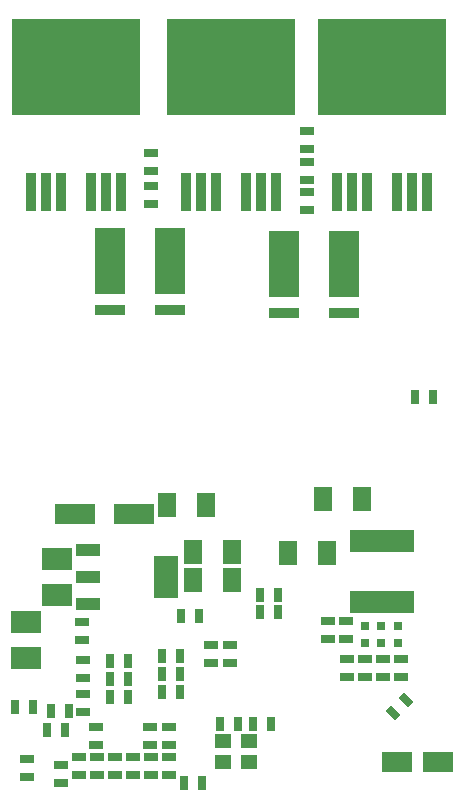
<source format=gbp>
%TF.GenerationSoftware,KiCad,Pcbnew,9.0.4-9.0.4-0~ubuntu24.04.1*%
%TF.CreationDate,2025-08-23T18:45:24+02:00*%
%TF.ProjectId,BLDC_4,424c4443-5f34-42e6-9b69-6361645f7063,4.13*%
%TF.SameCoordinates,Original*%
%TF.FileFunction,Paste,Bot*%
%TF.FilePolarity,Positive*%
%FSLAX46Y46*%
G04 Gerber Fmt 4.6, Leading zero omitted, Abs format (unit mm)*
G04 Created by KiCad (PCBNEW 9.0.4-9.0.4-0~ubuntu24.04.1) date 2025-08-23 18:45:24*
%MOMM*%
%LPD*%
G01*
G04 APERTURE LIST*
G04 Aperture macros list*
%AMRotRect*
0 Rectangle, with rotation*
0 The origin of the aperture is its center*
0 $1 length*
0 $2 width*
0 $3 Rotation angle, in degrees counterclockwise*
0 Add horizontal line*
21,1,$1,$2,0,0,$3*%
G04 Aperture macros list end*
%ADD10R,2.499360X1.950720*%
%ADD11R,5.499100X1.849120*%
%ADD12R,0.797560X0.797560*%
%ADD13R,2.540000X5.588000*%
%ADD14R,2.540000X0.889000*%
%ADD15R,1.400000X1.200000*%
%ADD16R,2.540000X1.699260*%
%ADD17R,10.800080X8.150860*%
%ADD18R,0.899160X3.200400*%
%ADD19R,0.635000X1.143000*%
%ADD20RotRect,0.635000X1.143000X225.000000*%
%ADD21R,1.143000X0.635000*%
%ADD22R,1.524000X2.032000*%
%ADD23R,2.032000X1.016000*%
%ADD24R,2.032000X3.657600*%
%ADD25R,3.500120X1.800860*%
G04 APERTURE END LIST*
D10*
%TO.C,C25*%
X80391000Y-125222000D03*
X80391000Y-122174000D03*
%TD*%
%TO.C,C33*%
X83000000Y-116776000D03*
X83000000Y-119824000D03*
%TD*%
D11*
%TO.C,C51*%
X110490000Y-120431560D03*
X110490000Y-115280440D03*
%TD*%
D12*
%TO.C,D1*%
X111887000Y-123939300D03*
X111887000Y-122440700D03*
%TD*%
%TO.C,D2*%
X110450000Y-123949300D03*
X110450000Y-122450700D03*
%TD*%
%TO.C,D3*%
X109050000Y-123949300D03*
X109050000Y-122450700D03*
%TD*%
D13*
%TO.C,R53*%
X102192000Y-91833250D03*
X107272000Y-91833250D03*
D14*
X102192000Y-95960750D03*
X107272000Y-95960750D03*
%TD*%
D15*
%TO.C,X2*%
X97100000Y-132250000D03*
X99300000Y-132250000D03*
X99300000Y-133950000D03*
X97100000Y-133950000D03*
%TD*%
D13*
%TO.C,R54*%
X87460000Y-91579250D03*
X92540000Y-91579250D03*
D14*
X87460000Y-95706750D03*
X92540000Y-95706750D03*
%TD*%
D16*
%TO.C,D5*%
X115229740Y-134000000D03*
X111770260Y-134000000D03*
%TD*%
D17*
%TO.C,Q6*%
X84627290Y-75136160D03*
D18*
X88437290Y-85738120D03*
X87167290Y-85738120D03*
X85897290Y-85738120D03*
X83357290Y-85738120D03*
X82087290Y-85738120D03*
X80817290Y-85738120D03*
%TD*%
D17*
%TO.C,Q2*%
X110535290Y-75136160D03*
D18*
X114345290Y-85738120D03*
X113075290Y-85738120D03*
X111805290Y-85738120D03*
X109265290Y-85738120D03*
X107995290Y-85738120D03*
X106725290Y-85738120D03*
%TD*%
D17*
%TO.C,Q4*%
X97708290Y-75136160D03*
D18*
X101518290Y-85738120D03*
X100248290Y-85738120D03*
X98978290Y-85738120D03*
X96438290Y-85738120D03*
X95168290Y-85738120D03*
X93898290Y-85738120D03*
%TD*%
D19*
%TO.C,C2*%
X82538000Y-129700000D03*
X84062000Y-129700000D03*
%TD*%
D20*
%TO.C,C3*%
X112552815Y-128747185D03*
X111475185Y-129824815D03*
%TD*%
D21*
%TO.C,C4*%
X80500000Y-133738000D03*
X80500000Y-135262000D03*
%TD*%
%TO.C,C5*%
X92456000Y-132588000D03*
X92456000Y-131064000D03*
%TD*%
%TO.C,C6*%
X90900000Y-132562000D03*
X90900000Y-131038000D03*
%TD*%
%TO.C,C7*%
X86350000Y-132562000D03*
X86350000Y-131038000D03*
%TD*%
D22*
%TO.C,C9*%
X102549000Y-116300000D03*
X105851000Y-116300000D03*
%TD*%
D21*
%TO.C,C14*%
X96012000Y-124079000D03*
X96012000Y-125603000D03*
%TD*%
D19*
%TO.C,C15*%
X96774000Y-130810000D03*
X98298000Y-130810000D03*
%TD*%
D21*
%TO.C,C16*%
X107600000Y-126762000D03*
X107600000Y-125238000D03*
%TD*%
%TO.C,C17*%
X97663000Y-125603000D03*
X97663000Y-124079000D03*
%TD*%
D19*
%TO.C,C18*%
X100203000Y-121285000D03*
X101727000Y-121285000D03*
%TD*%
D21*
%TO.C,C20*%
X105918000Y-123571000D03*
X105918000Y-122047000D03*
%TD*%
%TO.C,C24*%
X85090000Y-123698000D03*
X85090000Y-122174000D03*
%TD*%
D19*
%TO.C,C32*%
X95250000Y-135763000D03*
X93726000Y-135763000D03*
%TD*%
%TO.C,C38*%
X101092000Y-130810000D03*
X99568000Y-130810000D03*
%TD*%
D22*
%TO.C,C40*%
X105537000Y-111760000D03*
X108839000Y-111760000D03*
%TD*%
%TO.C,C43*%
X92329000Y-112268000D03*
X95631000Y-112268000D03*
%TD*%
%TO.C,C44*%
X94488000Y-116205000D03*
X97790000Y-116205000D03*
%TD*%
%TO.C,C49*%
X94488000Y-118618000D03*
X97790000Y-118618000D03*
%TD*%
D21*
%TO.C,C52*%
X107442000Y-123571000D03*
X107442000Y-122047000D03*
%TD*%
%TO.C,R3*%
X85200000Y-125338000D03*
X85200000Y-126862000D03*
%TD*%
%TO.C,R4*%
X85200000Y-129762000D03*
X85200000Y-128238000D03*
%TD*%
D19*
%TO.C,R6*%
X80962000Y-129300000D03*
X79438000Y-129300000D03*
%TD*%
D21*
%TO.C,R7*%
X83312000Y-135762000D03*
X83312000Y-134238000D03*
%TD*%
%TO.C,R8*%
X86360000Y-135128000D03*
X86360000Y-133604000D03*
%TD*%
%TO.C,R9*%
X89408000Y-135128000D03*
X89408000Y-133604000D03*
%TD*%
%TO.C,R10*%
X92456000Y-135128000D03*
X92456000Y-133604000D03*
%TD*%
%TO.C,R11*%
X90932000Y-135128000D03*
X90932000Y-133604000D03*
%TD*%
%TO.C,R12*%
X87884000Y-135128000D03*
X87884000Y-133604000D03*
%TD*%
%TO.C,R13*%
X84836000Y-135128000D03*
X84836000Y-133604000D03*
%TD*%
D19*
%TO.C,R21*%
X93472000Y-121666000D03*
X94996000Y-121666000D03*
%TD*%
D21*
%TO.C,R22*%
X109100000Y-125238000D03*
X109100000Y-126762000D03*
%TD*%
D19*
%TO.C,R23*%
X87503000Y-128524000D03*
X89027000Y-128524000D03*
%TD*%
%TO.C,R24*%
X93462000Y-128050000D03*
X91938000Y-128050000D03*
%TD*%
%TO.C,R26*%
X87503000Y-127000000D03*
X89027000Y-127000000D03*
%TD*%
%TO.C,R27*%
X93462000Y-126550000D03*
X91938000Y-126550000D03*
%TD*%
%TO.C,R29*%
X114808000Y-103124000D03*
X113284000Y-103124000D03*
%TD*%
D21*
%TO.C,R30*%
X104185290Y-82052580D03*
X104185290Y-80528580D03*
%TD*%
D19*
%TO.C,R32*%
X87488000Y-125450000D03*
X89012000Y-125450000D03*
%TD*%
%TO.C,R33*%
X93462000Y-125050000D03*
X91938000Y-125050000D03*
%TD*%
D21*
%TO.C,R35*%
X104185290Y-85735580D03*
X104185290Y-87259580D03*
%TD*%
%TO.C,R36*%
X104185290Y-83195580D03*
X104185290Y-84719580D03*
%TD*%
%TO.C,R37*%
X112100000Y-125238000D03*
X112100000Y-126762000D03*
%TD*%
%TO.C,R38*%
X110600000Y-125238000D03*
X110600000Y-126762000D03*
%TD*%
%TO.C,R43*%
X90977290Y-85227580D03*
X90977290Y-86751580D03*
%TD*%
%TO.C,R46*%
X90977290Y-82433580D03*
X90977290Y-83957580D03*
%TD*%
D19*
%TO.C,R402*%
X83662000Y-131300000D03*
X82138000Y-131300000D03*
%TD*%
D23*
%TO.C,U2*%
X85598000Y-120650000D03*
X85598000Y-118364000D03*
D24*
X92202000Y-118364000D03*
D23*
X85598000Y-116078000D03*
%TD*%
D25*
%TO.C,D4*%
X84495640Y-113030000D03*
X89494360Y-113030000D03*
%TD*%
D19*
%TO.C,C26*%
X100203000Y-119888000D03*
X101727000Y-119888000D03*
%TD*%
M02*

</source>
